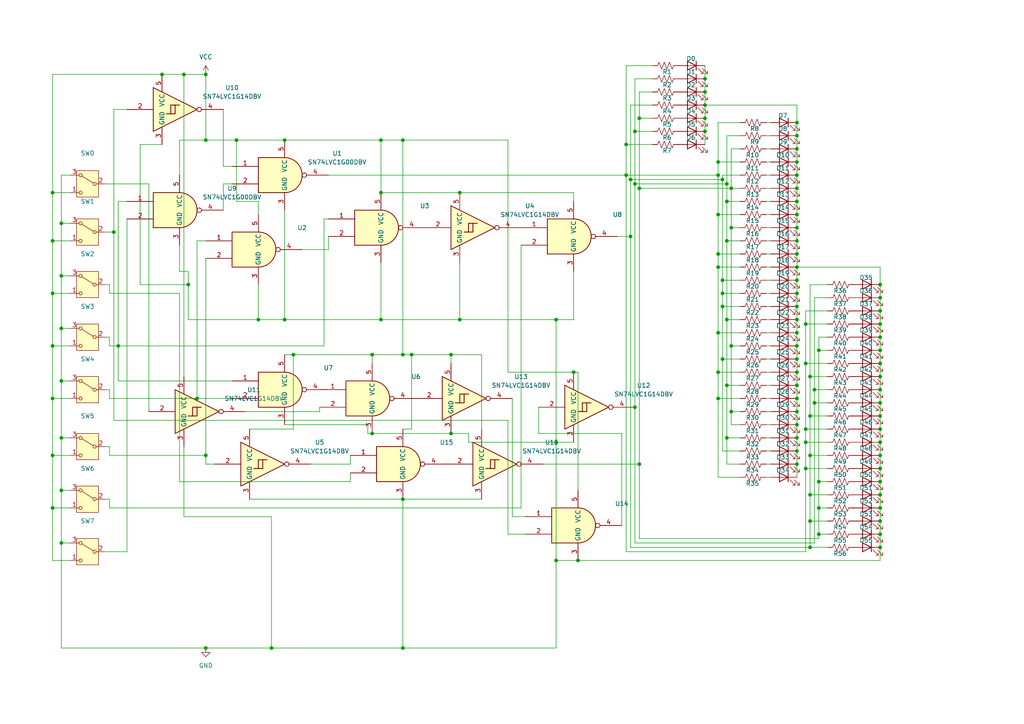
<source format=kicad_sch>
(kicad_sch (version 20231120) (generator "eeschema") (generator_version "8.0")
  (paper "A4")
  (title_block (title "Berry") (date "2025-01-02") (rev "00000005") (company "University of California, Los Angeles") (comment 1 "Department of EC ENGR, Department of Physics") (comment 2 "University of California, Los Angeles") (comment 3 "Aryan M.P.") (comment 4 "<3"))
  (junction (at 231.14 54.61))
  (junction (at 15.24 85.09))
  (junction (at 255.27 143.51))
  (junction (at 212.09 119.38))
  (junction (at 210.82 53.34))
  (junction (at 233.68 135.89))
  (junction (at 116.84 144.78))
  (junction (at 17.78 95.25))
  (junction (at 255.27 113.03))
  (junction (at 161.29 92.71))
  (junction (at 234.95 109.22))
  (junction (at 208.28 115.57))
  (junction (at 130.81 102.87))
  (junction (at 15.24 55.88))
  (junction (at 204.47 22.86))
  (junction (at 116.84 102.87))
  (junction (at 255.27 151.13))
  (junction (at 234.95 158.75))
  (junction (at 68.58 40.64))
  (junction (at 209.55 81.28))
  (junction (at 53.34 21.59))
  (junction (at 166.37 107.95))
  (junction (at 185.42 34.29))
  (junction (at 46.99 21.59))
  (junction (at 255.27 128.27))
  (junction (at 110.49 92.71))
  (junction (at 212.09 66.04))
  (junction (at 231.14 39.37))
  (junction (at 255.27 101.6))
  (junction (at 33.02 67.31))
  (junction (at 231.14 100.33))
  (junction (at 184.15 38.1))
  (junction (at 255.27 82.55))
  (junction (at 237.49 147.32))
  (junction (at 15.24 115.57))
  (junction (at 208.28 46.99))
  (junction (at 34.29 100.33))
  (junction (at 234.95 143.51))
  (junction (at 59.69 21.59))
  (junction (at 231.14 85.09))
  (junction (at 255.27 93.98))
  (junction (at 255.27 90.17))
  (junction (at 255.27 132.08))
  (junction (at 161.29 128.27))
  (junction (at 236.22 113.03))
  (junction (at 234.95 120.65))
  (junction (at 15.24 132.08))
  (junction (at 116.84 40.64))
  (junction (at 208.28 96.52))
  (junction (at 181.61 50.8))
  (junction (at 119.38 102.87))
  (junction (at 231.14 104.14))
  (junction (at 208.28 107.95))
  (junction (at 255.27 154.94))
  (junction (at 59.69 187.96))
  (junction (at 255.27 109.22))
  (junction (at 237.49 154.94))
  (junction (at 110.49 40.64))
  (junction (at 209.55 104.14))
  (junction (at 78.74 187.96))
  (junction (at 231.14 130.81))
  (junction (at 210.82 111.76))
  (junction (at 107.95 102.87))
  (junction (at 237.49 139.7))
  (junction (at 181.61 41.91))
  (junction (at 234.95 151.13))
  (junction (at 255.27 135.89))
  (junction (at 15.24 69.85))
  (junction (at 57.15 115.57))
  (junction (at 208.28 62.23))
  (junction (at 231.14 73.66))
  (junction (at 161.29 162.56))
  (junction (at 59.69 40.64))
  (junction (at 233.68 105.41))
  (junction (at 133.35 55.88))
  (junction (at 231.14 77.47))
  (junction (at 231.14 107.95))
  (junction (at 204.47 26.67))
  (junction (at 255.27 139.7))
  (junction (at 17.78 64.77))
  (junction (at 17.78 80.01))
  (junction (at 231.14 92.71))
  (junction (at 233.68 128.27))
  (junction (at 208.28 77.47))
  (junction (at 116.84 187.96))
  (junction (at 233.68 93.98))
  (junction (at 255.27 147.32))
  (junction (at 210.82 92.71))
  (junction (at 133.35 92.71))
  (junction (at 231.14 50.8))
  (junction (at 184.15 53.34))
  (junction (at 255.27 158.75))
  (junction (at 17.78 110.49))
  (junction (at 231.14 69.85))
  (junction (at 17.78 127))
  (junction (at 255.27 105.41))
  (junction (at 82.55 92.71))
  (junction (at 255.27 116.84))
  (junction (at 54.61 82.55))
  (junction (at 231.14 96.52))
  (junction (at 255.27 97.79))
  (junction (at 231.14 134.62))
  (junction (at 231.14 62.23))
  (junction (at 212.09 54.61))
  (junction (at 17.78 157.48))
  (junction (at 209.55 85.09))
  (junction (at 59.69 132.08))
  (junction (at 107.95 125.73))
  (junction (at 231.14 88.9))
  (junction (at 182.88 52.07))
  (junction (at 233.68 124.46))
  (junction (at 208.28 73.66))
  (junction (at 210.82 69.85))
  (junction (at 231.14 115.57))
  (junction (at 231.14 111.76))
  (junction (at 255.27 120.65))
  (junction (at 15.24 147.32))
  (junction (at 185.42 54.61))
  (junction (at 204.47 34.29))
  (junction (at 185.42 134.62))
  (junction (at 231.14 43.18))
  (junction (at 184.15 118.11))
  (junction (at 82.55 40.64))
  (junction (at 255.27 124.46))
  (junction (at 231.14 119.38))
  (junction (at 85.09 102.87))
  (junction (at 167.64 162.56))
  (junction (at 231.14 81.28))
  (junction (at 208.28 50.8))
  (junction (at 231.14 35.56))
  (junction (at 210.82 127))
  (junction (at 17.78 142.24))
  (junction (at 130.81 125.73))
  (junction (at 204.47 30.48))
  (junction (at 237.49 101.6))
  (junction (at 231.14 123.19))
  (junction (at 231.14 46.99))
  (junction (at 234.95 132.08))
  (junction (at 204.47 38.1))
  (junction (at 110.49 55.88))
  (junction (at 74.93 92.71))
  (junction (at 255.27 86.36))
  (junction (at 15.24 100.33))
  (junction (at 209.55 88.9))
  (junction (at 231.14 127))
  (junction (at 182.88 68.58))
  (junction (at 231.14 66.04))
  (junction (at 231.14 58.42))
  (junction (at 212.09 100.33))
  (junction (at 236.22 116.84))
  (junction (at 209.55 52.07))
  (junction (at 210.82 58.42))
  (wire (pts (xy 210.82 134.62) (xy 214.63 134.62)))
  (wire (pts (xy 182.88 30.48) (xy 189.23 30.48)))
  (wire (pts (xy 222.25 50.8) (xy 223.52 50.8)))
  (wire (pts (xy 255.27 93.98) (xy 255.27 97.79)))
  (wire (pts (xy 231.14 107.95) (xy 231.14 111.76)))
  (wire (pts (xy 185.42 54.61) (xy 185.42 134.62)))
  (wire (pts (xy 59.69 21.59) (xy 59.69 40.64)))
  (wire (pts (xy 95.25 50.8) (xy 181.61 50.8)))
  (wire (pts (xy 185.42 34.29) (xy 185.42 54.61)))
  (wire (pts (xy 234.95 158.75) (xy 240.03 158.75)))
  (wire (pts (xy 17.78 142.24) (xy 17.78 157.48)))
  (wire (pts (xy 147.32 107.95) (xy 147.32 40.64)))
  (wire (pts (xy 209.55 104.14) (xy 209.55 130.81)))
  (wire (pts (xy 185.42 34.29) (xy 189.23 34.29)))
  (wire (pts (xy 222.25 123.19) (xy 223.52 123.19)))
  (wire (pts (xy 212.09 100.33) (xy 212.09 119.38)))
  (wire (pts (xy 72.39 144.78) (xy 116.84 144.78)))
  (wire (pts (xy 52.07 40.64) (xy 59.69 40.64)))
  (wire (pts (xy 101.6 134.62) (xy 101.6 132.08)))
  (wire (pts (xy 184.15 118.11) (xy 184.15 157.48)))
  (wire (pts (xy 208.28 107.95) (xy 214.63 107.95)))
  (wire (pts (xy 31.75 85.09) (xy 52.07 85.09)))
  (wire (pts (xy 116.84 124.46) (xy 119.38 124.46)))
  (wire (pts (xy 31.75 100.33) (xy 34.29 100.33)))
  (wire (pts (xy 204.47 30.48) (xy 204.47 34.29)))
  (wire (pts (xy 15.24 85.09) (xy 20.32 85.09)))
  (wire (pts (xy 208.28 77.47) (xy 214.63 77.47)))
  (wire (pts (xy 40.64 82.55) (xy 54.61 82.55)))
  (wire (pts (xy 209.55 85.09) (xy 214.63 85.09)))
  (wire (pts (xy 133.35 55.88) (xy 166.37 55.88)))
  (wire (pts (xy 15.24 100.33) (xy 15.24 85.09)))
  (wire (pts (xy 222.25 130.81) (xy 223.52 130.81)))
  (wire (pts (xy 119.38 102.87) (xy 130.81 102.87)))
  (wire (pts (xy 208.28 73.66) (xy 214.63 73.66)))
  (wire (pts (xy 181.61 160.02) (xy 233.68 160.02)))
  (wire (pts (xy 255.27 154.94) (xy 255.27 158.75)))
  (wire (pts (xy 31.75 113.03) (xy 31.75 115.57)))
  (wire (pts (xy 52.07 85.09) (xy 52.07 139.7)))
  (wire (pts (xy 34.29 100.33) (xy 34.29 58.42)))
  (wire (pts (xy 204.47 19.05) (xy 204.47 22.86)))
  (wire (pts (xy 222.25 119.38) (xy 223.52 119.38)))
  (wire (pts (xy 208.28 96.52) (xy 208.28 107.95)))
  (wire (pts (xy 147.32 40.64) (xy 116.84 40.64)))
  (wire (pts (xy 17.78 157.48) (xy 17.78 187.96)))
  (wire (pts (xy 17.78 187.96) (xy 59.69 187.96)))
  (wire (pts (xy 236.22 116.84) (xy 240.03 116.84)))
  (wire (pts (xy 90.17 134.62) (xy 101.6 134.62)))
  (wire (pts (xy 68.58 58.42) (xy 68.58 40.64)))
  (wire (pts (xy 234.95 120.65) (xy 240.03 120.65)))
  (wire (pts (xy 255.27 128.27) (xy 255.27 132.08)))
  (wire (pts (xy 15.24 115.57) (xy 15.24 100.33)))
  (wire (pts (xy 95.25 72.39) (xy 95.25 68.58)))
  (wire (pts (xy 185.42 26.67) (xy 189.23 26.67)))
  (wire (pts (xy 147.32 154.94) (xy 152.4 154.94)))
  (wire (pts (xy 43.18 53.34) (xy 43.18 119.38)))
  (wire (pts (xy 210.82 53.34) (xy 210.82 58.42)))
  (wire (pts (xy 179.07 68.58) (xy 182.88 68.58)))
  (wire (pts (xy 74.93 92.71) (xy 82.55 92.71)))
  (wire (pts (xy 209.55 88.9) (xy 214.63 88.9)))
  (wire (pts (xy 31.75 85.09) (xy 31.75 82.55)))
  (wire (pts (xy 34.29 100.33) (xy 93.98 100.33)))
  (wire (pts (xy 85.09 124.46) (xy 85.09 102.87)))
  (wire (pts (xy 107.95 102.87) (xy 107.95 105.41)))
  (wire (pts (xy 222.25 111.76) (xy 223.52 111.76)))
  (wire (pts (xy 59.69 134.62) (xy 59.69 132.08)))
  (wire (pts (xy 234.95 151.13) (xy 234.95 158.75)))
  (wire (pts (xy 106.68 123.19) (xy 106.68 125.73)))
  (wire (pts (xy 31.75 129.54) (xy 31.75 132.08)))
  (wire (pts (xy 237.49 101.6) (xy 237.49 139.7)))
  (wire (pts (xy 234.95 132.08) (xy 234.95 143.51)))
  (wire (pts (xy 64.77 48.26) (xy 67.31 48.26)))
  (wire (pts (xy 255.27 158.75) (xy 255.27 162.56)))
  (wire (pts (xy 182.88 52.07) (xy 182.88 68.58)))
  (wire (pts (xy 210.82 92.71) (xy 210.82 111.76)))
  (wire (pts (xy 212.09 66.04) (xy 212.09 100.33)))
  (wire (pts (xy 255.27 143.51) (xy 255.27 147.32)))
  (wire (pts (xy 17.78 80.01) (xy 20.32 80.01)))
  (wire (pts (xy 119.38 102.87) (xy 119.38 124.46)))
  (wire (pts (xy 166.37 107.95) (xy 147.32 107.95)))
  (wire (pts (xy 17.78 142.24) (xy 20.32 142.24)))
  (wire (pts (xy 17.78 110.49) (xy 17.78 127)))
  (wire (pts (xy 34.29 100.33) (xy 34.29 110.49)))
  (wire (pts (xy 74.93 58.42) (xy 68.58 58.42)))
  (wire (pts (xy 234.95 82.55) (xy 240.03 82.55)))
  (wire (pts (xy 222.25 35.56) (xy 223.52 35.56)))
  (wire (pts (xy 53.34 21.59) (xy 53.34 109.22)))
  (wire (pts (xy 116.84 144.78) (xy 139.7 144.78)))
  (wire (pts (xy 93.98 63.5) (xy 95.25 63.5)))
  (wire (pts (xy 255.27 97.79) (xy 255.27 101.6)))
  (wire (pts (xy 181.61 19.05) (xy 181.61 41.91)))
  (wire (pts (xy 204.47 30.48) (xy 231.14 30.48)))
  (wire (pts (xy 52.07 139.7) (xy 101.6 139.7)))
  (wire (pts (xy 110.49 76.2) (xy 110.49 92.71)))
  (wire (pts (xy 182.88 68.58) (xy 182.88 158.75)))
  (wire (pts (xy 231.14 104.14) (xy 231.14 107.95)))
  (wire (pts (xy 101.6 139.7) (xy 101.6 137.16)))
  (wire (pts (xy 234.95 143.51) (xy 240.03 143.51)))
  (wire (pts (xy 184.15 38.1) (xy 184.15 53.34)))
  (wire (pts (xy 166.37 55.88) (xy 166.37 58.42)))
  (wire (pts (xy 237.49 139.7) (xy 240.03 139.7)))
  (wire (pts (xy 46.99 41.91) (xy 40.64 41.91)))
  (wire (pts (xy 180.34 152.4) (xy 180.34 125.73)))
  (wire (pts (xy 15.24 85.09) (xy 15.24 69.85)))
  (wire (pts (xy 208.28 115.57) (xy 214.63 115.57)))
  (wire (pts (xy 209.55 85.09) (xy 209.55 88.9)))
  (wire (pts (xy 148.59 115.57) (xy 148.59 149.86)))
  (wire (pts (xy 222.25 92.71) (xy 223.52 92.71)))
  (wire (pts (xy 52.07 71.12) (xy 52.07 78.74)))
  (wire (pts (xy 208.28 62.23) (xy 208.28 73.66)))
  (wire (pts (xy 210.82 111.76) (xy 214.63 111.76)))
  (wire (pts (xy 208.28 115.57) (xy 208.28 138.43)))
  (wire (pts (xy 30.48 144.78) (xy 31.75 144.78)))
  (wire (pts (xy 68.58 40.64) (xy 82.55 40.64)))
  (wire (pts (xy 233.68 128.27) (xy 233.68 135.89)))
  (wire (pts (xy 110.49 55.88) (xy 133.35 55.88)))
  (wire (pts (xy 204.47 26.67) (xy 204.47 30.48)))
  (wire (pts (xy 184.15 53.34) (xy 210.82 53.34)))
  (wire (pts (xy 212.09 100.33) (xy 214.63 100.33)))
  (wire (pts (xy 237.49 154.94) (xy 240.03 154.94)))
  (wire (pts (xy 85.09 102.87) (xy 107.95 102.87)))
  (wire (pts (xy 74.93 82.55) (xy 74.93 92.71)))
  (wire (pts (xy 212.09 54.61) (xy 212.09 66.04)))
  (wire (pts (xy 15.24 147.32) (xy 20.32 147.32)))
  (wire (pts (xy 33.02 67.31) (xy 33.02 121.92)))
  (wire (pts (xy 231.14 69.85) (xy 231.14 73.66)))
  (wire (pts (xy 233.68 124.46) (xy 240.03 124.46)))
  (wire (pts (xy 33.02 31.75) (xy 33.02 67.31)))
  (wire (pts (xy 30.48 82.55) (xy 31.75 82.55)))
  (wire (pts (xy 30.48 113.03) (xy 31.75 113.03)))
  (wire (pts (xy 237.49 97.79) (xy 240.03 97.79)))
  (wire (pts (xy 185.42 156.21) (xy 237.49 156.21)))
  (wire (pts (xy 116.84 40.64) (xy 110.49 40.64)))
  (wire (pts (xy 15.24 55.88) (xy 15.24 21.59)))
  (wire (pts (xy 161.29 92.71) (xy 161.29 128.27)))
  (wire (pts (xy 182.88 52.07) (xy 209.55 52.07)))
  (wire (pts (xy 231.14 111.76) (xy 231.14 115.57)))
  (wire (pts (xy 161.29 128.27) (xy 161.29 162.56)))
  (wire (pts (xy 36.83 160.02) (xy 36.83 63.5)))
  (wire (pts (xy 31.75 132.08) (xy 59.69 132.08)))
  (wire (pts (xy 231.14 88.9) (xy 231.14 92.71)))
  (wire (pts (xy 209.55 50.8) (xy 214.63 50.8)))
  (wire (pts (xy 234.95 151.13) (xy 240.03 151.13)))
  (wire (pts (xy 222.25 127) (xy 223.52 127)))
  (wire (pts (xy 167.64 162.56) (xy 255.27 162.56)))
  (wire (pts (xy 82.55 102.87) (xy 85.09 102.87)))
  (wire (pts (xy 208.28 96.52) (xy 214.63 96.52)))
  (wire (pts (xy 208.28 73.66) (xy 208.28 77.47)))
  (wire (pts (xy 222.25 39.37) (xy 223.52 39.37)))
  (wire (pts (xy 53.34 149.86) (xy 78.74 149.86)))
  (wire (pts (xy 167.64 142.24) (xy 167.64 107.95)))
  (wire (pts (xy 166.37 92.71) (xy 161.29 92.71)))
  (wire (pts (xy 231.14 54.61) (xy 231.14 58.42)))
  (wire (pts (xy 231.14 92.71) (xy 231.14 96.52)))
  (wire (pts (xy 33.02 31.75) (xy 36.83 31.75)))
  (wire (pts (xy 17.78 64.77) (xy 20.32 64.77)))
  (wire (pts (xy 181.61 41.91) (xy 181.61 50.8)))
  (wire (pts (xy 212.09 66.04) (xy 214.63 66.04)))
  (wire (pts (xy 255.27 120.65) (xy 255.27 124.46)))
  (wire (pts (xy 222.25 88.9) (xy 223.52 88.9)))
  (wire (pts (xy 204.47 38.1) (xy 204.47 41.91)))
  (wire (pts (xy 209.55 52.07) (xy 209.55 81.28)))
  (wire (pts (xy 184.15 22.86) (xy 189.23 22.86)))
  (wire (pts (xy 237.49 101.6) (xy 240.03 101.6)))
  (wire (pts (xy 54.61 78.74) (xy 54.61 82.55)))
  (wire (pts (xy 185.42 26.67) (xy 185.42 34.29)))
  (wire (pts (xy 222.25 58.42) (xy 223.52 58.42)))
  (wire (pts (xy 237.49 97.79) (xy 237.49 101.6)))
  (wire (pts (xy 208.28 46.99) (xy 208.28 50.8)))
  (wire (pts (xy 210.82 69.85) (xy 210.82 92.71)))
  (wire (pts (xy 255.27 101.6) (xy 255.27 105.41)))
  (wire (pts (xy 72.39 124.46) (xy 85.09 124.46)))
  (wire (pts (xy 148.59 149.86) (xy 152.4 149.86)))
  (wire (pts (xy 116.84 102.87) (xy 116.84 40.64)))
  (wire (pts (xy 15.24 55.88) (xy 20.32 55.88)))
  (wire (pts (xy 139.7 124.46) (xy 139.7 102.87)))
  (wire (pts (xy 161.29 187.96) (xy 116.84 187.96)))
  (wire (pts (xy 17.78 80.01) (xy 17.78 95.25)))
  (wire (pts (xy 255.27 90.17) (xy 255.27 93.98)))
  (wire (pts (xy 231.14 58.42) (xy 231.14 62.23)))
  (wire (pts (xy 161.29 162.56) (xy 167.64 162.56)))
  (wire (pts (xy 222.25 104.14) (xy 223.52 104.14)))
  (wire (pts (xy 133.35 76.2) (xy 133.35 92.71)))
  (wire (pts (xy 222.25 107.95) (xy 223.52 107.95)))
  (wire (pts (xy 130.81 125.73) (xy 135.89 125.73)))
  (wire (pts (xy 15.24 162.56) (xy 15.24 147.32)))
  (wire (pts (xy 234.95 82.55) (xy 234.95 109.22)))
  (wire (pts (xy 106.68 125.73) (xy 107.95 125.73)))
  (wire (pts (xy 147.32 121.92) (xy 147.32 154.94)))
  (wire (pts (xy 17.78 127) (xy 20.32 127)))
  (wire (pts (xy 231.14 30.48) (xy 231.14 35.56)))
  (wire (pts (xy 62.23 134.62) (xy 59.69 134.62)))
  (wire (pts (xy 31.75 144.78) (xy 31.75 147.32)))
  (wire (pts (xy 231.14 50.8) (xy 231.14 54.61)))
  (wire (pts (xy 107.95 125.73) (xy 130.81 125.73)))
  (wire (pts (xy 182.88 30.48) (xy 182.88 52.07)))
  (wire (pts (xy 222.25 138.43) (xy 223.52 138.43)))
  (wire (pts (xy 222.25 66.04) (xy 223.52 66.04)))
  (wire (pts (xy 222.25 96.52) (xy 223.52 96.52)))
  (wire (pts (xy 68.58 40.64) (xy 59.69 40.64)))
  (wire (pts (xy 107.95 102.87) (xy 116.84 102.87)))
  (wire (pts (xy 255.27 113.03) (xy 255.27 116.84)))
  (wire (pts (xy 208.28 107.95) (xy 208.28 115.57)))
  (wire (pts (xy 82.55 92.71) (xy 110.49 92.71)))
  (wire (pts (xy 64.77 31.75) (xy 64.77 48.26)))
  (wire (pts (xy 78.74 149.86) (xy 78.74 187.96)))
  (wire (pts (xy 208.28 35.56) (xy 214.63 35.56)))
  (wire (pts (xy 222.25 81.28) (xy 223.52 81.28)))
  (wire (pts (xy 231.14 123.19) (xy 231.14 127)))
  (wire (pts (xy 17.78 64.77) (xy 17.78 80.01)))
  (wire (pts (xy 231.14 35.56) (xy 231.14 39.37)))
  (wire (pts (xy 233.68 124.46) (xy 233.68 128.27)))
  (wire (pts (xy 255.27 109.22) (xy 255.27 113.03)))
  (wire (pts (xy 30.48 97.79) (xy 31.75 97.79)))
  (wire (pts (xy 231.14 130.81) (xy 231.14 134.62)))
  (wire (pts (xy 208.28 62.23) (xy 214.63 62.23)))
  (wire (pts (xy 231.14 85.09) (xy 231.14 88.9)))
  (wire (pts (xy 231.14 81.28) (xy 231.14 85.09)))
  (wire (pts (xy 204.47 34.29) (xy 204.47 38.1)))
  (wire (pts (xy 255.27 147.32) (xy 255.27 151.13)))
  (wire (pts (xy 31.75 147.32) (xy 151.13 147.32)))
  (wire (pts (xy 135.89 125.73) (xy 135.89 128.27)))
  (wire (pts (xy 15.24 115.57) (xy 20.32 115.57)))
  (wire (pts (xy 34.29 110.49) (xy 67.31 110.49)))
  (wire (pts (xy 208.28 77.47) (xy 208.28 96.52)))
  (wire (pts (xy 212.09 54.61) (xy 214.63 54.61)))
  (wire (pts (xy 255.27 77.47) (xy 231.14 77.47)))
  (wire (pts (xy 74.93 62.23) (xy 74.93 58.42)))
  (wire (pts (xy 255.27 132.08) (xy 255.27 135.89)))
  (wire (pts (xy 212.09 43.18) (xy 212.09 54.61)))
  (wire (pts (xy 210.82 111.76) (xy 210.82 127)))
  (wire (pts (xy 234.95 132.08) (xy 240.03 132.08)))
  (wire (pts (xy 237.49 147.32) (xy 240.03 147.32)))
  (wire (pts (xy 237.49 139.7) (xy 237.49 147.32)))
  (wire (pts (xy 30.48 53.34) (xy 43.18 53.34)))
  (wire (pts (xy 222.25 77.47) (xy 223.52 77.47)))
  (wire (pts (xy 34.29 58.42) (xy 36.83 58.42)))
  (wire (pts (xy 236.22 86.36) (xy 236.22 113.03)))
  (wire (pts (xy 209.55 130.81) (xy 214.63 130.81)))
  (wire (pts (xy 57.15 115.57) (xy 31.75 115.57)))
  (wire (pts (xy 110.49 55.88) (xy 110.49 40.64)))
  (wire (pts (xy 233.68 105.41) (xy 240.03 105.41)))
  (wire (pts (xy 231.14 77.47) (xy 231.14 81.28)))
  (wire (pts (xy 64.77 53.34) (xy 67.31 53.34)))
  (wire (pts (xy 212.09 123.19) (xy 214.63 123.19)))
  (wire (pts (xy 212.09 43.18) (xy 214.63 43.18)))
  (wire (pts (xy 110.49 92.71) (xy 133.35 92.71)))
  (wire (pts (xy 231.14 43.18) (xy 231.14 46.99)))
  (wire (pts (xy 184.15 22.86) (xy 184.15 38.1)))
  (wire (pts (xy 17.78 50.8) (xy 20.32 50.8)))
  (wire (pts (xy 209.55 104.14) (xy 214.63 104.14)))
  (wire (pts (xy 231.14 73.66) (xy 231.14 77.47)))
  (wire (pts (xy 184.15 53.34) (xy 184.15 118.11)))
  (wire (pts (xy 181.61 50.8) (xy 208.28 50.8)))
  (wire (pts (xy 236.22 113.03) (xy 236.22 116.84)))
  (wire (pts (xy 236.22 86.36) (xy 240.03 86.36)))
  (wire (pts (xy 33.02 121.92) (xy 147.32 121.92)))
  (wire (pts (xy 255.27 139.7) (xy 255.27 143.51)))
  (wire (pts (xy 222.25 62.23) (xy 223.52 62.23)))
  (wire (pts (xy 181.61 41.91) (xy 189.23 41.91)))
  (wire (pts (xy 167.64 107.95) (xy 166.37 107.95)))
  (wire (pts (xy 133.35 92.71) (xy 161.29 92.71)))
  (wire (pts (xy 255.27 124.46) (xy 255.27 128.27)))
  (wire (pts (xy 234.95 109.22) (xy 240.03 109.22)))
  (wire (pts (xy 57.15 69.85) (xy 57.15 115.57)))
  (wire (pts (xy 40.64 41.91) (xy 40.64 82.55)))
  (wire (pts (xy 166.37 78.74) (xy 166.37 92.71)))
  (wire (pts (xy 53.34 129.54) (xy 53.34 149.86)))
  (wire (pts (xy 210.82 127) (xy 210.82 134.62)))
  (wire (pts (xy 233.68 128.27) (xy 240.03 128.27)))
  (wire (pts (xy 234.95 143.51) (xy 234.95 151.13)))
  (wire (pts (xy 255.27 77.47) (xy 255.27 82.55)))
  (wire (pts (xy 208.28 46.99) (xy 214.63 46.99)))
  (wire (pts (xy 15.24 147.32) (xy 15.24 132.08)))
  (wire (pts (xy 231.14 100.33) (xy 231.14 104.14)))
  (wire (pts (xy 139.7 102.87) (xy 130.81 102.87)))
  (wire (pts (xy 210.82 92.71) (xy 214.63 92.71)))
  (wire (pts (xy 15.24 132.08) (xy 20.32 132.08)))
  (wire (pts (xy 231.14 62.23) (xy 231.14 66.04)))
  (wire (pts (xy 92.71 113.03) (xy 95.25 113.03)))
  (wire (pts (xy 231.14 115.57) (xy 231.14 119.38)))
  (wire (pts (xy 210.82 39.37) (xy 214.63 39.37)))
  (wire (pts (xy 30.48 160.02) (xy 36.83 160.02)))
  (wire (pts (xy 54.61 82.55) (xy 54.61 92.71)))
  (wire (pts (xy 209.55 81.28) (xy 214.63 81.28)))
  (wire (pts (xy 17.78 95.25) (xy 17.78 110.49)))
  (wire (pts (xy 156.21 125.73) (xy 156.21 118.11)))
  (wire (pts (xy 17.78 50.8) (xy 17.78 64.77)))
  (wire (pts (xy 231.14 39.37) (xy 231.14 43.18)))
  (wire (pts (xy 31.75 97.79) (xy 31.75 100.33)))
  (wire (pts (xy 180.34 125.73) (xy 156.21 125.73)))
  (wire (pts (xy 52.07 50.8) (xy 52.07 40.64)))
  (wire (pts (xy 222.25 69.85) (xy 223.52 69.85)))
  (wire (pts (xy 210.82 58.42) (xy 214.63 58.42)))
  (wire (pts (xy 236.22 113.03) (xy 240.03 113.03)))
  (wire (pts (xy 17.78 157.48) (xy 20.32 157.48)))
  (wire (pts (xy 209.55 88.9) (xy 209.55 104.14)))
  (wire (pts (xy 30.48 67.31) (xy 33.02 67.31)))
  (wire (pts (xy 82.55 123.19) (xy 106.68 123.19)))
  (wire (pts (xy 82.55 40.64) (xy 110.49 40.64)))
  (wire (pts (xy 209.55 50.8) (xy 209.55 52.07)))
  (wire (pts (xy 222.25 115.57) (xy 223.52 115.57)))
  (wire (pts (xy 53.34 21.59) (xy 59.69 21.59)))
  (wire (pts (xy 185.42 54.61) (xy 212.09 54.61)))
  (wire (pts (xy 15.24 132.08) (xy 15.24 115.57)))
  (wire (pts (xy 130.81 102.87) (xy 130.81 105.41)))
  (wire (pts (xy 222.25 46.99) (xy 223.52 46.99)))
  (wire (pts (xy 52.07 78.74) (xy 54.61 78.74)))
  (wire (pts (xy 209.55 81.28) (xy 209.55 85.09)))
  (wire (pts (xy 208.28 35.56) (xy 208.28 46.99)))
  (wire (pts (xy 222.25 100.33) (xy 223.52 100.33)))
  (wire (pts (xy 71.12 119.38) (xy 92.71 119.38)))
  (wire (pts (xy 255.27 151.13) (xy 255.27 154.94)))
  (wire (pts (xy 64.77 53.34) (xy 64.77 60.96)))
  (wire (pts (xy 116.84 102.87) (xy 119.38 102.87)))
  (wire (pts (xy 255.27 135.89) (xy 255.27 139.7)))
  (wire (pts (xy 231.14 66.04) (xy 231.14 69.85)))
  (wire (pts (xy 157.48 134.62) (xy 185.42 134.62)))
  (wire (pts (xy 210.82 58.42) (xy 210.82 69.85)))
  (wire (pts (xy 233.68 90.17) (xy 240.03 90.17)))
  (wire (pts (xy 15.24 21.59) (xy 46.99 21.59)))
  (wire (pts (xy 212.09 119.38) (xy 212.09 123.19)))
  (wire (pts (xy 151.13 71.12) (xy 151.13 147.32)))
  (wire (pts (xy 231.14 96.52) (xy 231.14 100.33)))
  (wire (pts (xy 17.78 95.25) (xy 20.32 95.25)))
  (wire (pts (xy 210.82 69.85) (xy 214.63 69.85)))
  (wire (pts (xy 233.68 93.98) (xy 233.68 105.41)))
  (wire (pts (xy 233.68 135.89) (xy 240.03 135.89)))
  (wire (pts (xy 20.32 162.56) (xy 15.24 162.56)))
  (wire (pts (xy 161.29 128.27) (xy 166.37 128.27)))
  (wire (pts (xy 210.82 39.37) (xy 210.82 53.34)))
  (wire (pts (xy 255.27 86.36) (xy 255.27 90.17)))
  (wire (pts (xy 184.15 157.48) (xy 236.22 157.48)))
  (wire (pts (xy 54.61 92.71) (xy 74.93 92.71)))
  (wire (pts (xy 93.98 100.33) (xy 93.98 63.5)))
  (wire (pts (xy 59.69 69.85) (xy 57.15 69.85)))
  (wire (pts (xy 204.47 22.86) (xy 204.47 26.67)))
  (wire (pts (xy 116.84 187.96) (xy 116.84 144.78)))
  (wire (pts (xy 135.89 128.27) (xy 161.29 128.27)))
  (wire (pts (xy 222.25 43.18) (xy 223.52 43.18)))
  (wire (pts (xy 222.25 134.62) (xy 223.52 134.62)))
  (wire (pts (xy 233.68 105.41) (xy 233.68 124.46)))
  (wire (pts (xy 15.24 69.85) (xy 20.32 69.85)))
  (wire (pts (xy 17.78 127) (xy 17.78 142.24)))
  (wire (pts (xy 255.27 105.41) (xy 255.27 109.22)))
  (wire (pts (xy 233.68 135.89) (xy 233.68 160.02)))
  (wire (pts (xy 184.15 38.1) (xy 189.23 38.1)))
  (wire (pts (xy 15.24 69.85) (xy 15.24 55.88)))
  (wire (pts (xy 233.68 93.98) (xy 240.03 93.98)))
  (wire (pts (xy 234.95 109.22) (xy 234.95 120.65)))
  (wire (pts (xy 212.09 119.38) (xy 214.63 119.38)))
  (wire (pts (xy 182.88 158.75) (xy 234.95 158.75)))
  (wire (pts (xy 181.61 19.05) (xy 189.23 19.05)))
  (wire (pts (xy 78.74 187.96) (xy 59.69 187.96)))
  (wire (pts (xy 231.14 46.99) (xy 231.14 50.8)))
  (wire (pts (xy 222.25 85.09) (xy 223.52 85.09)))
  (wire (pts (xy 30.48 129.54) (xy 31.75 129.54)))
  (wire (pts (xy 15.24 100.33) (xy 20.32 100.33)))
  (wire (pts (xy 222.25 73.66) (xy 223.52 73.66)))
  (wire (pts (xy 185.42 134.62) (xy 185.42 156.21)))
  (wire (pts (xy 92.71 119.38) (xy 92.71 118.11)))
  (wire (pts (xy 237.49 154.94) (xy 237.49 156.21)))
  (wire (pts (xy 208.28 50.8) (xy 208.28 62.23)))
  (wire (pts (xy 233.68 90.17) (xy 233.68 93.98)))
  (wire (pts (xy 46.99 21.59) (xy 53.34 21.59)))
  (wire (pts (xy 208.28 138.43) (xy 214.63 138.43)))
  (wire (pts (xy 57.15 115.57) (xy 67.31 115.57)))
  (wire (pts (xy 82.55 60.96) (xy 82.55 92.71)))
  (wire (pts (xy 255.27 116.84) (xy 255.27 120.65)))
  (wire (pts (xy 231.14 119.38) (xy 231.14 123.19)))
  (wire (pts (xy 17.78 110.49) (xy 20.32 110.49)))
  (wire (pts (xy 210.82 127) (xy 214.63 127)))
  (wire (pts (xy 231.14 127) (xy 231.14 130.81)))
  (wire (pts (xy 234.95 120.65) (xy 234.95 132.08)))
  (wire (pts (xy 161.29 162.56) (xy 161.29 187.96)))
  (wire (pts (xy 59.69 132.08) (xy 59.69 74.93)))
  (wire (pts (xy 78.74 187.96) (xy 116.84 187.96)))
  (wire (pts (xy 255.27 82.55) (xy 255.27 86.36)))
  (wire (pts (xy 87.63 72.39) (xy 95.25 72.39)))
  (wire (pts (xy 181.61 50.8) (xy 181.61 160.02)))
  (wire (pts (xy 222.25 54.61) (xy 223.52 54.61)))
  (wire (pts (xy 231.14 134.62) (xy 231.14 138.43)))
  (wire (pts (xy 236.22 116.84) (xy 236.22 157.48)))
  (wire (pts (xy 237.49 147.32) (xy 237.49 154.94)))
  (symbol (lib_name "R_US_1") (lib_id "Device:R_US") (at 218.44 81.28 90) (unit 1)
    (property "Reference" "R20" (at 220.218 83.058 90) (effects (justify left)))
    (property "Value" "85" (effects (hide yes)))
    (property "Footprint" "Resistor_SMD:R_0201_0603Metric" (effects (hide yes)))
  )
  (symbol (lib_name "LED_1") (lib_id "Device:LED") (at 200.66 30.48 0) (mirror y) (unit 1)
    (property "Reference" "D3" (at 200.406 28.448 0))
    (property "Description" "Light emitting diode" (effects (hide yes)))
    (property "Sim.Device" "D" (effects (hide yes)))
  )
  (symbol (lib_name "R_US_1") (lib_id "Device:R_US") (at 193.04 38.1 90) (unit 1)
    (property "Reference" "R6" (at 194.818 39.878 90) (effects (justify left)))
    (property "Value" "85" (effects (hide yes)))
    (property "Footprint" "Resistor_SMD:R_0201_0603Metric" (effects (hide yes)))
  )
  (symbol (lib_name "LED_1") (lib_id "Device:LED") (at 227.33 127 0) (mirror y) (unit 1)
    (property "Reference" "D31" (at 227.076 124.968 0))
    (property "Description" "Light emitting diode" (effects (hide yes)))
    (property "Sim.Device" "D" (effects (hide yes)))
  )
  (symbol (lib_id "74xGxx:SN74LVC1G14DBV") (at 144.78 134.62 0) (unit 1)
    (property "Reference" "U16" (at 160.02 128.3014 0))
    (property "Value" "SN74LVC1G14DBV" (at 160.02 130.8414 0))
    (property "Footprint" "Package_TO_SOT_SMD:SOT-23-5" (effects (hide yes)))
    (property "Datasheet" "https://www.ti.com/lit/ds/symlink/sn74lvc1g14.pdf" (effects (hide yes)))
    (property "Description" "Single Schmitt NOT Gate, Low-Voltage CMOS, SOT-23" (effects (hide yes)))
  )
  (symbol (lib_name "LED_1") (lib_id "Device:LED") (at 251.46 97.79 0) (mirror y) (unit 1)
    (property "Reference" "D39" (at 251.206 95.758 0))
    (property "Description" "Light emitting diode" (effects (hide yes)))
    (property "Sim.Device" "D" (effects (hide yes)))
  )
  (symbol (lib_name "R_US_1") (lib_id "Device:R_US") (at 218.44 100.33 90) (unit 1)
    (property "Reference" "R25" (at 220.218 102.108 90) (effects (justify left)))
    (property "Value" "85" (effects (hide yes)))
    (property "Footprint" "Resistor_SMD:R_0201_0603Metric" (effects (hide yes)))
  )
  (symbol (lib_name "R_US_1") (lib_id "Device:R_US") (at 193.04 41.91 90) (unit 1)
    (property "Reference" "R7" (at 194.818 43.688 90) (effects (justify left)))
    (property "Value" "85" (effects (hide yes)))
    (property "Footprint" "Resistor_SMD:R_0201_0603Metric" (effects (hide yes)))
  )
  (symbol (lib_id "74xGxx:SN74LVC1G00DBV") (at 82.55 50.8 0) (unit 1)
    (property "Reference" "U1" (at 97.79 44.4814 0))
    (property "Value" "SN74LVC1G00DBV" (at 97.79 47.0214 0))
    (property "Footprint" "Package_TO_SOT_SMD:SOT-23-5" (effects (hide yes)))
    (property "Datasheet" "http://www.ti.com/lit/ds/symlink/sn74lvc1g00.pdf" (effects (hide yes)))
    (property "Description" "Single NAND Gate, Low-Voltage CMOS, SOT-23" (effects (hide yes)))
  )
  (symbol (lib_id "74xGxx:74AHC1G00") (at 116.84 134.62 0) (unit 1)
    (property "Reference" "U15" (at 129.54 128.3014 0))
    (property "Value" "74AHC1G00" (effects (hide yes)))
    (property "Footprint" "Package_TO_SOT_SMD:SOT-23-5" (effects (hide yes)))
    (property "Datasheet" "http://www.ti.com/lit/sg/scyt129e/scyt129e.pdf" (effects (hide yes)))
    (property "Description" "Single NAND Gate, Low-Voltage CMOS" (effects (hide yes)))
  )
  (symbol (lib_name "LED_1") (lib_id "Device:LED") (at 227.33 46.99 0) (mirror y) (unit 1)
    (property "Reference" "D10" (at 227.076 44.958 0))
    (property "Description" "Light emitting diode" (effects (hide yes)))
    (property "Sim.Device" "D" (effects (hide yes)))
  )
  (symbol (lib_name "LED_1") (lib_id "Device:LED") (at 251.46 132.08 0) (mirror y) (unit 1)
    (property "Reference" "D48" (at 251.206 130.048 0))
    (property "Description" "Light emitting diode" (effects (hide yes)))
    (property "Sim.Device" "D" (effects (hide yes)))
  )
  (symbol (lib_name "R_US_1") (lib_id "Device:R_US") (at 243.84 124.46 90) (unit 1)
    (property "Reference" "R47" (at 245.618 126.238 90) (effects (justify left)))
    (property "Value" "85" (effects (hide yes)))
    (property "Footprint" "Resistor_SMD:R_0201_0603Metric" (effects (hide yes)))
  )
  (symbol (lib_id "74xGxx:SN74LVC1G14DBV") (at 52.07 31.75 0) (unit 1)
    (property "Reference" "U10" (at 67.31 25.4314 0))
    (property "Value" "SN74LVC1G14DBV" (at 67.31 27.9714 0))
    (property "Footprint" "Package_TO_SOT_SMD:SOT-23-5" (effects (hide yes)))
    (property "Datasheet" "https://www.ti.com/lit/ds/symlink/sn74lvc1g14.pdf" (effects (hide yes)))
    (property "Description" "Single Schmitt NOT Gate, Low-Voltage CMOS, SOT-23" (effects (hide yes)))
  )
  (symbol (lib_name "LED_1") (lib_id "Device:LED") (at 227.33 138.43 0) (mirror y) (unit 1)
    (property "Reference" "D34" (at 227.076 136.398 0))
    (property "Description" "Light emitting diode" (effects (hide yes)))
    (property "Sim.Device" "D" (effects (hide yes)))
  )
  (symbol (lib_name "R_US_1") (lib_id "Device:R_US") (at 218.44 96.52 90) (unit 1)
    (property "Reference" "R24" (at 220.218 98.298 90) (effects (justify left)))
    (property "Value" "85" (effects (hide yes)))
    (property "Footprint" "Resistor_SMD:R_0201_0603Metric" (effects (hide yes)))
  )
  (symbol (lib_name "LED_1") (lib_id "Device:LED") (at 251.46 109.22 0) (mirror y) (unit 1)
    (property "Reference" "D42" (at 251.206 107.188 0))
    (property "Description" "Light emitting diode" (effects (hide yes)))
    (property "Sim.Device" "D" (effects (hide yes)))
  )
  (symbol (lib_name "LED_1") (lib_id "Device:LED") (at 227.33 130.81 0) (mirror y) (unit 1)
    (property "Reference" "D32" (at 227.076 128.778 0))
    (property "Description" "Light emitting diode" (effects (hide yes)))
    (property "Sim.Device" "D" (effects (hide yes)))
  )
  (symbol (lib_id "Switch:SW_Nidec_CAS-120A1") (at 25.4 53.34 0) (mirror y) (unit 1)
    (property "Reference" "SW0" (at 25.4 44.45 0))
    (property "Value" "SW_Nidec_CAS-120A1" (effects (hide yes)))
    (property "Footprint" "Button_Switch_SMD:Nidec_Copal_CAS-120A" (effects (hide yes)))
    (property "Datasheet" "https://www.nidec-components.com/e/catalog/switch/cas.pdf" (effects (hide yes)))
    (property "Description" "Switch, single pole double throw" (effects (hide yes)))
  )
  (symbol (lib_name "R_US_1") (lib_id "Device:R_US") (at 243.84 128.27 90) (unit 1)
    (property "Reference" "R48" (at 245.618 130.048 90) (effects (justify left)))
    (property "Value" "85" (effects (hide yes)))
    (property "Footprint" "Resistor_SMD:R_0201_0603Metric" (effects (hide yes)))
  )
  (symbol (lib_name "LED_1") (lib_id "Device:LED") (at 251.46 82.55 0) (mirror y) (unit 1)
    (property "Reference" "D35" (at 251.206 80.518 0))
    (property "Description" "Light emitting diode" (effects (hide yes)))
    (property "Sim.Device" "D" (effects (hide yes)))
  )
  (symbol (lib_name "LED_1") (lib_id "Device:LED") (at 227.33 35.56 0) (mirror y) (unit 1)
    (property "Reference" "D7" (at 227.076 33.528 0))
    (property "Description" "Light emitting diode" (effects (hide yes)))
    (property "Sim.Device" "D" (effects (hide yes)))
  )
  (symbol (lib_name "R_US_1") (lib_id "Device:R_US") (at 193.04 22.86 90) (unit 1)
    (property "Reference" "R2" (at 194.818 24.638 90) (effects (justify left)))
    (property "Value" "85" (effects (hide yes)))
    (property "Footprint" "Resistor_SMD:R_0201_0603Metric" (effects (hide yes)))
  )
  (symbol (lib_name "LED_1") (lib_id "Device:LED") (at 251.46 139.7 0) (mirror y) (unit 1)
    (property "Reference" "D50" (at 251.206 137.668 0))
    (property "Description" "Light emitting diode" (effects (hide yes)))
    (property "Sim.Device" "D" (effects (hide yes)))
  )
  (symbol (lib_name "LED_1") (lib_id "Device:LED") (at 200.66 41.91 0) (mirror y) (unit 1)
    (property "Reference" "D6" (at 200.406 39.878 0))
    (property "Description" "Light emitting diode" (effects (hide yes)))
    (property "Sim.Device" "D" (effects (hide yes)))
  )
  (symbol (lib_id "Switch:SW_Nidec_CAS-120A1") (at 25.4 82.55 0) (mirror y) (unit 1)
    (property "Reference" "SW2" (at 25.4 73.66 0))
    (property "Value" "SW_Nidec_CAS-120A1" (effects (hide yes)))
    (property "Footprint" "Button_Switch_SMD:Nidec_Copal_CAS-120A" (effects (hide yes)))
    (property "Datasheet" "https://www.nidec-components.com/e/catalog/switch/cas.pdf" (effects (hide yes)))
    (property "Description" "Switch, single pole double throw" (effects (hide yes)))
  )
  (symbol (lib_name "R_US_1") (lib_id "Device:R_US") (at 218.44 58.42 90) (unit 1)
    (property "Reference" "R14" (at 220.218 60.198 90) (effects (justify left)))
    (property "Value" "85" (effects (hide yes)))
    (property "Footprint" "Resistor_SMD:R_0201_0603Metric" (effects (hide yes)))
  )
  (symbol (lib_name "R_US_1") (lib_id "Device:R_US") (at 218.44 130.81 90) (unit 1)
    (property "Reference" "R33" (at 220.218 132.588 90) (effects (justify left)))
    (property "Value" "85" (effects (hide yes)))
    (property "Footprint" "Resistor_SMD:R_0201_0603Metric" (effects (hide yes)))
  )
  (symbol (lib_name "LED_1") (lib_id "Device:LED") (at 227.33 100.33 0) (mirror y) (unit 1)
    (property "Reference" "D24" (at 227.076 98.298 0))
    (property "Description" "Light emitting diode" (effects (hide yes)))
    (property "Sim.Device" "D" (effects (hide yes)))
  )
  (symbol (lib_name "R_US_1") (lib_id "Device:R_US") (at 218.44 50.8 90) (unit 1)
    (property "Reference" "R12" (at 220.218 52.578 90) (effects (justify left)))
    (property "Value" "85" (effects (hide yes)))
    (property "Footprint" "Resistor_SMD:R_0201_0603Metric" (effects (hide yes)))
  )
  (symbol (lib_name "R_US_1") (lib_id "Device:R_US") (at 243.84 105.41 90) (unit 1)
    (property "Reference" "R42" (at 245.618 107.188 90) (effects (justify left)))
    (property "Value" "85" (effects (hide yes)))
    (property "Footprint" "Resistor_SMD:R_0201_0603Metric" (effects (hide yes)))
  )
  (symbol (lib_name "LED_1") (lib_id "Device:LED") (at 227.33 123.19 0) (mirror y) (unit 1)
    (property "Reference" "D30" (at 227.076 121.158 0))
    (property "Description" "Light emitting diode" (effects (hide yes)))
    (property "Sim.Device" "D" (effects (hide yes)))
  )
  (symbol (lib_name "LED_1") (lib_id "Device:LED") (at 227.33 62.23 0) (mirror y) (unit 1)
    (property "Reference" "D14" (at 227.076 60.198 0))
    (property "Description" "Light emitting diode" (effects (hide yes)))
    (property "Sim.Device" "D" (effects (hide yes)))
  )
  (symbol (lib_name "R_US_1") (lib_id "Device:R_US") (at 218.44 54.61 90) (unit 1)
    (property "Reference" "R13" (at 220.218 56.388 90) (effects (justify left)))
    (property "Value" "85" (effects (hide yes)))
    (property "Footprint" "Resistor_SMD:R_0201_0603Metric" (effects (hide yes)))
  )
  (symbol (lib_id "74xGxx:74AHC1G00") (at 166.37 68.58 0) (unit 1)
    (property "Reference" "U8" (at 179.07 62.2614 0))
    (property "Value" "74AHC1G00" (effects (hide yes)))
    (property "Footprint" "Package_TO_SOT_SMD:SOT-23-5" (effects (hide yes)))
    (property "Datasheet" "http://www.ti.com/lit/sg/scyt129e/scyt129e.pdf" (effects (hide yes)))
    (property "Description" "Single NAND Gate, Low-Voltage CMOS" (effects (hide yes)))
  )
  (symbol (lib_id "74xGxx:74AHC1G00") (at 107.95 115.57 0) (unit 1)
    (property "Reference" "U6" (at 120.65 109.2514 0))
    (property "Value" "74AHC1G00" (effects (hide yes)))
    (property "Footprint" "Package_TO_SOT_SMD:SOT-23-5" (effects (hide yes)))
    (property "Datasheet" "http://www.ti.com/lit/sg/scyt129e/scyt129e.pdf" (effects (hide yes)))
    (property "Description" "Single NAND Gate, Low-Voltage CMOS" (effects (hide yes)))
  )
  (symbol (lib_id "Switch:SW_Nidec_CAS-120A1") (at 25.4 144.78 0) (mirror y) (unit 1)
    (property "Reference" "SW6" (at 25.4 135.89 0))
    (property "Value" "SW_Nidec_CAS-120A1" (effects (hide yes)))
    (property "Footprint" "Button_Switch_SMD:Nidec_Copal_CAS-120A" (effects (hide yes)))
    (property "Datasheet" "https://www.nidec-components.com/e/catalog/switch/cas.pdf" (effects (hide yes)))
    (property "Description" "Switch, single pole double throw" (effects (hide yes)))
  )
  (symbol (lib_name "LED_1") (lib_id "Device:LED") (at 251.46 90.17 0) (mirror y) (unit 1)
    (property "Reference" "D37" (at 251.206 88.138 0))
    (property "Description" "Light emitting diode" (effects (hide yes)))
    (property "Sim.Device" "D" (effects (hide yes)))
  )
  (symbol (lib_name "R_US_1") (lib_id "Device:R_US") (at 218.44 134.62 90) (unit 1)
    (property "Reference" "R34" (at 220.218 136.398 90) (effects (justify left)))
    (property "Value" "85" (effects (hide yes)))
    (property "Footprint" "Resistor_SMD:R_0201_0603Metric" (effects (hide yes)))
  )
  (symbol (lib_name "LED_1") (lib_id "Device:LED") (at 251.46 86.36 0) (mirror y) (unit 1)
    (property "Reference" "D36" (at 251.206 84.328 0))
    (property "Description" "Light emitting diode" (effects (hide yes)))
    (property "Sim.Device" "D" (effects (hide yes)))
  )
  (symbol (lib_name "LED_1") (lib_id "Device:LED") (at 251.46 105.41 0) (mirror y) (unit 1)
    (property "Reference" "D41" (at 251.206 103.378 0))
    (property "Description" "Light emitting diode" (effects (hide yes)))
    (property "Sim.Device" "D" (effects (hide yes)))
  )
  (symbol (lib_name "LED_1") (lib_id "Device:LED") (at 227.33 77.47 0) (mirror y) (unit 1)
    (property "Reference" "D18" (at 227.076 75.438 0))
    (property "Description" "Light emitting diode" (effects (hide yes)))
    (property "Sim.Device" "D" (effects (hide yes)))
  )
  (symbol (lib_name "R_US_1") (lib_id "Device:R_US") (at 243.84 101.6 90) (unit 1)
    (property "Reference" "R41" (at 245.618 103.378 90) (effects (justify left)))
    (property "Value" "85" (effects (hide yes)))
    (property "Footprint" "Resistor_SMD:R_0201_0603Metric" (effects (hide yes)))
  )
  (symbol (lib_name "R_US_1") (lib_id "Device:R_US") (at 243.84 113.03 90) (unit 1)
    (property "Reference" "R44" (at 245.618 114.808 90) (effects (justify left)))
    (property "Value" "85" (effects (hide yes)))
    (property "Footprint" "Resistor_SMD:R_0201_0603Metric" (effects (hide yes)))
  )
  (symbol (lib_id "power:VCC") (at 59.69 21.59 0) (unit 1)
    (property "Reference" "#PWR01" (effects (hide yes)))
    (property "Value" "VCC" (at 59.69 16.51 0))
    (property "Description" "Power symbol creates a global label with name \"VCC\"" (effects (hide yes)))
  )
  (symbol (lib_name "LED_1") (lib_id "Device:LED") (at 251.46 116.84 0) (mirror y) (unit 1)
    (property "Reference" "D44" (at 251.206 114.808 0))
    (property "Description" "Light emitting diode" (effects (hide yes)))
    (property "Sim.Device" "D" (effects (hide yes)))
  )
  (symbol (lib_name "R_US_1") (lib_id "Device:R_US") (at 218.44 127 90) (unit 1)
    (property "Reference" "R32" (at 220.218 128.778 90) (effects (justify left)))
    (property "Value" "85" (effects (hide yes)))
    (property "Footprint" "Resistor_SMD:R_0201_0603Metric" (effects (hide yes)))
  )
  (symbol (lib_id "74xGxx:SN74LVC1G14DBV") (at 135.89 115.57 0) (unit 1)
    (property "Reference" "U13" (at 151.13 109.2514 0))
    (property "Value" "SN74LVC1G14DBV" (at 151.13 111.7914 0))
    (property "Footprint" "Package_TO_SOT_SMD:SOT-23-5" (effects (hide yes)))
    (property "Datasheet" "https://www.ti.com/lit/ds/symlink/sn74lvc1g14.pdf" (effects (hide yes)))
    (property "Description" "Single Schmitt NOT Gate, Low-Voltage CMOS, SOT-23" (effects (hide yes)))
  )
  (symbol (lib_name "LED_1") (lib_id "Device:LED") (at 251.46 124.46 0) (mirror y) (unit 1)
    (property "Reference" "D46" (at 251.206 122.428 0))
    (property "Description" "Light emitting diode" (effects (hide yes)))
    (property "Sim.Device" "D" (effects (hide yes)))
  )
  (symbol (lib_name "R_US_1") (lib_id "Device:R_US") (at 218.44 107.95 90) (unit 1)
    (property "Reference" "R27" (at 220.218 109.728 90) (effects (justify left)))
    (property "Value" "85" (effects (hide yes)))
    (property "Footprint" "Resistor_SMD:R_0201_0603Metric" (effects (hide yes)))
  )
  (symbol (lib_name "R_US_1") (lib_id "Device:R_US") (at 218.44 111.76 90) (unit 1)
    (property "Reference" "R28" (at 220.218 113.538 90) (effects (justify left)))
    (property "Value" "85" (effects (hide yes)))
    (property "Footprint" "Resistor_SMD:R_0201_0603Metric" (effects (hide yes)))
  )
  (symbol (lib_name "R_US_1") (lib_id "Device:R_US") (at 218.44 43.18 90) (unit 1)
    (property "Reference" "R10" (at 220.218 44.958 90) (effects (justify left)))
    (property "Value" "85" (effects (hide yes)))
    (property "Footprint" "Resistor_SMD:R_0201_0603Metric" (effects (hide yes)))
  )
  (symbol (lib_name "R_US_1") (lib_id "Device:R_US") (at 243.84 147.32 90) (unit 1)
    (property "Reference" "R53" (at 245.618 149.098 90) (effects (justify left)))
    (property "Value" "85" (effects (hide yes)))
    (property "Footprint" "Resistor_SMD:R_0201_0603Metric" (effects (hide yes)))
  )
  (symbol (lib_name "R_US_1") (lib_id "Device:R_US") (at 243.84 116.84 90) (unit 1)
    (property "Reference" "R45" (at 245.618 118.618 90) (effects (justify left)))
    (property "Value" "85" (effects (hide yes)))
    (property "Footprint" "Resistor_SMD:R_0201_0603Metric" (effects (hide yes)))
  )
  (symbol (lib_name "LED_1") (lib_id "Device:LED") (at 251.46 135.89 0) (mirror y) (unit 1)
    (property "Reference" "D49" (at 251.206 133.858 0))
    (property "Description" "Light emitting diode" (effects (hide yes)))
    (property "Sim.Device" "D" (effects (hide yes)))
  )
  (symbol (lib_name "R_US_1") (lib_id "Device:R_US") (at 218.44 35.56 90) (unit 1)
    (property "Reference" "R8" (at 220.218 37.338 90) (effects (justify left)))
    (property "Value" "85" (effects (hide yes)))
    (property "Footprint" "Resistor_SMD:R_0201_0603Metric" (effects (hide yes)))
  )
  (symbol (lib_name "R_US_1") (lib_id "Device:R_US") (at 218.44 46.99 90) (unit 1)
    (property "Reference" "R11" (at 220.218 48.768 90) (effects (justify left)))
    (property "Value" "85" (effects (hide yes)))
    (property "Footprint" "Resistor_SMD:R_0201_0603Metric" (effects (hide yes)))
  )
  (symbol (lib_name "R_US_1") (lib_id "Device:R_US") (at 243.84 86.36 90) (unit 1)
    (property "Reference" "R37" (at 245.618 88.138 90) (effects (justify left)))
    (property "Value" "85" (effects (hide yes)))
    (property "Footprint" "Resistor_SMD:R_0201_0603Metric" (effects (hide yes)))
  )
  (symbol (lib_name "LED_1") (lib_id "Device:LED") (at 251.46 151.13 0) (mirror y) (unit 1)
    (property "Reference" "D53" (at 251.206 149.098 0))
    (property "Description" "Light emitting diode" (effects (hide yes)))
    (property "Sim.Device" "D" (effects (hide yes)))
  )
  (symbol (lib_name "R_US_1") (lib_id "Device:R_US") (at 218.44 138.43 90) (unit 1)
    (property "Reference" "R35" (at 220.218 140.208 90) (effects (justify left)))
    (property "Value" "85" (effects (hide yes)))
    (property "Footprint" "Resistor_SMD:R_0201_0603Metric" (effects (hide yes)))
  )
  (symbol (lib_name "LED_1") (lib_id "Device:LED") (at 200.66 26.67 0) (mirror y) (unit 1)
    (property "Reference" "D2" (at 200.406 24.638 0))
    (property "Description" "Light emitting diode" (effects (hide yes)))
    (property "Sim.Device" "D" (effects (hide yes)))
  )
  (symbol (lib_name "LED_1") (lib_id "Device:LED") (at 251.46 101.6 0) (mirror y) (unit 1)
    (property "Reference" "D40" (at 251.206 99.568 0))
    (property "Description" "Light emitting diode" (effects (hide yes)))
    (property "Sim.Device" "D" (effects (hide yes)))
  )
  (symbol (lib_name "R_US_1") (lib_id "Device:R_US") (at 243.84 132.08 90) (unit 1)
    (property "Reference" "R49" (at 245.618 133.858 90) (effects (justify left)))
    (property "Value" "85" (effects (hide yes)))
    (property "Footprint" "Resistor_SMD:R_0201_0603Metric" (effects (hide yes)))
  )
  (symbol (lib_name "LED_1") (lib_id "Device:LED") (at 227.33 85.09 0) (mirror y) (unit 1)
    (property "Reference" "D20" (at 227.076 83.058 0))
    (property "Description" "Light emitting diode" (effects (hide yes)))
    (property "Sim.Device" "D" (effects (hide yes)))
  )
  (symbol (lib_id "74xGxx:74AHC1G00") (at 167.64 152.4 0) (unit 1)
    (property "Reference" "U14" (at 180.34 146.0814 0))
    (property "Value" "74AHC1G00" (effects (hide yes)))
    (property "Footprint" "Package_TO_SOT_SMD:SOT-23-5" (effects (hide yes)))
    (property "Datasheet" "http://www.ti.com/lit/sg/scyt129e/scyt129e.pdf" (effects (hide yes)))
    (property "Description" "Single NAND Gate, Low-Voltage CMOS" (effects (hide yes)))
  )
  (symbol (lib_name "LED_1") (lib_id "Device:LED") (at 227.33 39.37 0) (mirror y) (unit 1)
    (property "Reference" "D8" (at 227.076 37.338 0))
    (property "Description" "Light emitting diode" (effects (hide yes)))
    (property "Sim.Device" "D" (effects (hide yes)))
  )
  (symbol (lib_id "Switch:SW_Nidec_CAS-120A1") (at 25.4 160.02 0) (mirror y) (unit 1)
    (property "Reference" "SW7" (at 25.4 151.13 0))
    (property "Value" "SW_Nidec_CAS-120A1" (effects (hide yes)))
    (property "Footprint" "Button_Switch_SMD:Nidec_Copal_CAS-120A" (effects (hide yes)))
    (property "Datasheet" "https://www.nidec-components.com/e/catalog/switch/cas.pdf" (effects (hide yes)))
    (property "Description" "Switch, single pole double throw" (effects (hide yes)))
  )
  (symbol (lib_name "R_US_1") (lib_id "Device:R_US") (at 218.44 77.47 90) (unit 1)
    (property "Reference" "R19" (at 220.218 79.248 90) (effects (justify left)))
    (property "Value" "85" (effects (hide yes)))
    (property "Footprint" "Resistor_SMD:R_0201_0603Metric" (effects (hide yes)))
  )
  (symbol (lib_name "R_US_1") (lib_id "Device:R_US") (at 243.84 154.94 90) (unit 1)
    (property "Reference" "R55" (at 245.618 156.718 90) (effects (justify left)))
    (property "Value" "85" (effects (hide yes)))
    (property "Footprint" "Resistor_SMD:R_0201_0603Metric" (effects (hide yes)))
  )
  (symbol (lib_name "R_US_1") (lib_id "Device:R_US") (at 193.04 34.29 90) (unit 1)
    (property "Reference" "R5" (at 194.818 36.068 90) (effects (justify left)))
    (property "Value" "85" (effects (hide yes)))
    (property "Footprint" "Resistor_SMD:R_0201_0603Metric" (effects (hide yes)))
  )
  (symbol (lib_name "R_US_1") (lib_id "Device:R_US") (at 243.84 135.89 90) (unit 1)
    (property "Reference" "R50" (at 245.618 137.668 90) (effects (justify left)))
    (property "Value" "85" (effects (hide yes)))
    (property "Footprint" "Resistor_SMD:R_0201_0603Metric" (effects (hide yes)))
  )
  (symbol (lib_id "74xGxx:74AHC1G00") (at 74.93 72.39 0) (unit 1)
    (property "Reference" "U2" (at 87.63 66.0714 0))
    (property "Value" "74AHC1G00" (effects (hide yes)))
    (property "Footprint" "Package_TO_SOT_SMD:SOT-23-5" (effects (hide yes)))
    (property "Datasheet" "http://www.ti.com/lit/sg/scyt129e/scyt129e.pdf" (effects (hide yes)))
    (property "Description" "Single NAND Gate, Low-Voltage CMOS" (effects (hide yes)))
  )
  (symbol (lib_name "LED_1") (lib_id "Device:LED") (at 227.33 43.18 0) (mirror y) (unit 1)
    (property "Reference" "D9" (at 227.076 41.148 0))
    (property "Description" "Light emitting diode" (effects (hide yes)))
    (property "Sim.Device" "D" (effects (hide yes)))
  )
  (symbol (lib_name "LED_1") (lib_id "Device:LED") (at 227.33 104.14 0) (mirror y) (unit 1)
    (property "Reference" "D25" (at 227.076 102.108 0))
    (property "Description" "Light emitting diode" (effects (hide yes)))
    (property "Sim.Device" "D" (effects (hide yes)))
  )
  (symbol (lib_name "R_US_1") (lib_id "Device:R_US") (at 243.84 82.55 90) (unit 1)
    (property "Reference" "R36" (at 245.618 84.328 90) (effects (justify left)))
    (property "Value" "85" (effects (hide yes)))
    (property "Footprint" "Resistor_SMD:R_0201_0603Metric" (effects (hide yes)))
  )
  (symbol (lib_name "LED_1") (lib_id "Device:LED") (at 227.33 111.76 0) (mirror y) (unit 1)
    (property "Reference" "D27" (at 227.076 109.728 0))
    (property "Description" "Light emitting diode" (effects (hide yes)))
    (property "Sim.Device" "D" (effects (hide yes)))
  )
  (symbol (lib_name "R_US_1") (lib_id "Device:R_US") (at 243.84 139.7 90) (unit 1)
    (property "Reference" "R51" (at 245.618 141.478 90) (effects (justify left)))
    (property "Value" "85" (effects (hide yes)))
    (property "Footprint" "Resistor_SMD:R_0201_0603Metric" (effects (hide yes)))
  )
  (symbol (lib_name "LED_1") (lib_id "Device:LED") (at 251.46 143.51 0) (mirror y) (unit 1)
    (property "Reference" "D51" (at 251.206 141.478 0))
    (property "Description" "Light emitting diode" (effects (hide yes)))
    (property "Sim.Device" "D" (effects (hide yes)))
  )
  (symbol (lib_name "LED_1") (lib_id "Device:LED") (at 227.33 96.52 0) (mirror y) (unit 1)
    (property "Reference" "D23" (at 227.076 94.488 0))
    (property "Description" "Light emitting diode" (effects (hide yes)))
    (property "Sim.Device" "D" (effects (hide yes)))
  )
  (symbol (lib_id "74xGxx:74AHC1G00") (at 110.49 66.04 0) (unit 1)
    (property "Reference" "U3" (at 123.19 59.7214 0))
    (property "Value" "74AHC1G00" (effects (hide yes)))
    (property "Footprint" "Package_TO_SOT_SMD:SOT-23-5" (effects (hide yes)))
    (property "Datasheet" "http://www.ti.com/lit/sg/scyt129e/scyt129e.pdf" (effects (hide yes)))
    (property "Description" "Single NAND Gate, Low-Voltage CMOS" (effects (hide yes)))
  )
  (symbol (lib_name "LED_1") (lib_id "Device:LED") (at 227.33 107.95 0) (mirror y) (unit 1)
    (property "Reference" "D26" (at 227.076 105.918 0))
    (property "Description" "Light emitting diode" (effects (hide yes)))
    (property "Sim.Device" "D" (effects (hide yes)))
  )
  (symbol (lib_id "74xGxx:SN74LVC1G14DBV") (at 138.43 66.04 0) (unit 1)
    (property "Reference" "U4" (at 153.67 59.7214 0))
    (property "Value" "SN74LVC1G14DBV" (at 153.67 62.2614 0))
    (property "Footprint" "Package_TO_SOT_SMD:SOT-23-5" (effects (hide yes)))
    (property "Datasheet" "https://www.ti.com/lit/ds/symlink/sn74lvc1g14.pdf" (effects (hide yes)))
    (property "Description" "Single Schmitt NOT Gate, Low-Voltage CMOS, SOT-23" (effects (hide yes)))
  )
  (symbol (lib_id "Switch:SW_Nidec_CAS-120A1") (at 25.4 129.54 0) (mirror y) (unit 1)
    (property "Reference" "SW5" (at 25.4 120.65 0))
    (property "Value" "SW_Nidec_CAS-120A1" (effects (hide yes)))
    (property "Footprint" "Button_Switch_SMD:Nidec_Copal_CAS-120A" (effects (hide yes)))
    (property "Datasheet" "https://www.nidec-components.com/e/catalog/switch/cas.pdf" (effects (hide yes)))
    (property "Description" "Switch, single pole double throw" (effects (hide yes)))
  )
  (symbol (lib_name "R_US_1") (lib_id "Device:R_US") (at 243.84 120.65 90) (unit 1)
    (property "Reference" "R46" (at 245.618 122.428 90) (effects (justify left)))
    (property "Value" "85" (effects (hide yes)))
    (property "Footprint" "Resistor_SMD:R_0201_0603Metric" (effects (hide yes)))
  )
  (symbol (lib_name "R_US_1") (lib_id "Device:R_US") (at 218.44 104.14 90) (unit 1)
    (property "Reference" "R26" (at 220.218 105.918 90) (effects (justify left)))
    (property "Value" "85" (effects (hide yes)))
    (property "Footprint" "Resistor_SMD:R_0201_0603Metric" (effects (hide yes)))
  )
  (symbol (lib_name "R_US_1") (lib_id "Device:R_US") (at 218.44 123.19 90) (unit 1)
    (property "Reference" "R31" (at 220.218 124.968 90) (effects (justify left)))
    (property "Value" "85" (effects (hide yes)))
    (property "Footprint" "Resistor_SMD:R_0201_0603Metric" (effects (hide yes)))
  )
  (symbol (lib_name "R_US_1") (lib_id "Device:R_US") (at 243.84 109.22 90) (unit 1)
    (property "Reference" "R43" (at 245.618 110.998 90) (effects (justify left)))
    (property "Value" "85" (effects (hide yes)))
    (property "Footprint" "Resistor_SMD:R_0201_0603Metric" (effects (hide yes)))
  )
  (symbol (lib_name "R_US_1") (lib_id "Device:R_US") (at 218.44 115.57 90) (unit 1)
    (property "Reference" "R29" (at 220.218 117.348 90) (effects (justify left)))
    (property "Value" "85" (effects (hide yes)))
    (property "Footprint" "Resistor_SMD:R_0201_0603Metric" (effects (hide yes)))
  )
  (symbol (lib_name "LED_1") (lib_id "Device:LED") (at 200.66 22.86 0) (mirror y) (unit 1)
    (property "Reference" "D1" (at 200.406 20.828 0))
    (property "Description" "Light emitting diode" (effects (hide yes)))
    (property "Sim.Device" "D" (effects (hide yes)))
  )
  (symbol (lib_name "LED_1") (lib_id "Device:LED") (at 227.33 81.28 0) (mirror y) (unit 1)
    (property "Reference" "D19" (at 227.076 79.248 0))
    (property "Description" "Light emitting diode" (effects (hide yes)))
    (property "Sim.Device" "D" (effects (hide yes)))
  )
  (symbol (lib_name "R_US_1") (lib_id "Device:R_US") (at 218.44 62.23 90) (unit 1)
    (property "Reference" "R15" (at 220.218 64.008 90) (effects (justify left)))
    (property "Value" "85" (effects (hide yes)))
    (property "Footprint" "Resistor_SMD:R_0201_0603Metric" (effects (hide yes)))
  )
  (symbol (lib_name "LED_1") (lib_id "Device:LED") (at 227.33 92.71 0) (mirror y) (unit 1)
    (property "Reference" "D22" (at 227.076 90.678 0))
    (property "Description" "Light emitting diode" (effects (hide yes)))
    (property "Sim.Device" "D" (effects (hide yes)))
  )
  (symbol (lib_name "LED_1") (lib_id "Device:LED") (at 200.66 19.05 0) (mirror y) (unit 1)
    (property "Reference" "D0" (at 200.406 17.018 0))
    (property "Description" "Light emitting diode" (effects (hide yes)))
    (property "Sim.Device" "D" (effects (hide yes)))
  )
  (symbol (lib_name "LED_1") (lib_id "Device:LED") (at 200.66 38.1 0) (mirror y) (unit 1)
    (property "Reference" "D5" (at 200.406 36.068 0))
    (property "Description" "Light emitting diode" (effects (hide yes)))
    (property "Sim.Device" "D" (effects (hide yes)))
  )
  (symbol (lib_name "LED_1") (lib_id "Device:LED") (at 227.33 115.57 0) (mirror y) (unit 1)
    (property "Reference" "D28" (at 227.076 113.538 0))
    (property "Description" "Light emitting diode" (effects (hide yes)))
    (property "Sim.Device" "D" (effects (hide yes)))
  )
  (symbol (lib_name "R_US_1") (lib_id "Device:R_US") (at 218.44 119.38 90) (unit 1)
    (property "Reference" "R30" (at 220.218 121.158 90) (effects (justify left)))
    (property "Value" "85" (effects (hide yes)))
    (property "Footprint" "Resistor_SMD:R_0201_0603Metric" (effects (hide yes)))
  )
  (symbol (lib_id "74xGxx:SN74LVC1G14DBV") (at 58.42 119.38 0) (unit 1)
    (property "Reference" "U11" (at 73.66 113.0614 0))
    (property "Value" "SN74LVC1G14DBV" (at 73.66 115.6014 0))
    (property "Footprint" "Package_TO_SOT_SMD:SOT-23-5" (effects (hide yes)))
    (property "Datasheet" "https://www.ti.com/lit/ds/symlink/sn74lvc1g14.pdf" (effects (hide yes)))
    (property "Description" "Single Schmitt NOT Gate, Low-Voltage CMOS, SOT-23" (effects (hide yes)))
  )
  (symbol (lib_name "LED_1") (lib_id "Device:LED") (at 227.33 58.42 0) (mirror y) (unit 1)
    (property "Reference" "D13" (at 227.076 56.388 0))
    (property "Description" "Light emitting diode" (effects (hide yes)))
    (property "Sim.Device" "D" (effects (hide yes)))
  )
  (symbol (lib_name "LED_1") (lib_id "Device:LED") (at 251.46 147.32 0) (mirror y) (unit 1)
    (property "Reference" "D52" (at 251.206 145.288 0))
    (property "Description" "Light emitting diode" (effects (hide yes)))
    (property "Sim.Device" "D" (effects (hide yes)))
  )
  (symbol (lib_id "74xGxx:SN74LVC1G14DBV") (at 171.45 118.11 0) (unit 1)
    (property "Reference" "U12" (at 186.69 111.7914 0))
    (property "Value" "SN74LVC1G14DBV" (at 186.69 114.3314 0))
    (property "Footprint" "Package_TO_SOT_SMD:SOT-23-5" (effects (hide yes)))
    (property "Datasheet" "https://www.ti.com/lit/ds/symlink/sn74lvc1g14.pdf" (effects (hide yes)))
    (property "Description" "Single Schmitt NOT Gate, Low-Voltage CMOS, SOT-23" (effects (hide yes)))
  )
  (symbol (lib_name "R_US_1") (lib_id "Device:R_US") (at 243.84 151.13 90) (unit 1)
    (property "Reference" "R54" (at 245.618 152.908 90) (effects (justify left)))
    (property "Value" "85" (effects (hide yes)))
    (property "Footprint" "Resistor_SMD:R_0201_0603Metric" (effects (hide yes)))
  )
  (symbol (lib_name "LED_1") (lib_id "Device:LED") (at 227.33 66.04 0) (mirror y) (unit 1)
    (property "Reference" "D15" (at 227.076 64.008 0))
    (property "Description" "Light emitting diode" (effects (hide yes)))
    (property "Sim.Device" "D" (effects (hide yes)))
  )
  (symbol (lib_name "LED_1") (lib_id "Device:LED") (at 200.66 34.29 0) (mirror y) (unit 1)
    (property "Reference" "D4" (at 200.406 32.258 0))
    (property "Description" "Light emitting diode" (effects (hide yes)))
    (property "Sim.Device" "D" (effects (hide yes)))
  )
  (symbol (lib_name "R_US_1") (lib_id "Device:R_US") (at 243.84 90.17 90) (unit 1)
    (property "Reference" "R38" (at 245.618 91.948 90) (effects (justify left)))
    (property "Value" "85" (effects (hide yes)))
    (property "Footprint" "Resistor_SMD:R_0201_0603Metric" (effects (hide yes)))
  )
  (symbol (lib_name "R_US_1") (lib_id "Device:R_US") (at 218.44 92.71 90) (unit 1)
    (property "Reference" "R23" (at 220.218 94.488 90) (effects (justify left)))
    (property "Value" "85" (effects (hide yes)))
    (property "Footprint" "Resistor_SMD:R_0201_0603Metric" (effects (hide yes)))
  )
  (symbol (lib_name "R_US_1") (lib_id "Device:R_US") (at 243.84 143.51 90) (unit 1)
    (property "Reference" "R52" (at 245.618 145.288 90) (effects (justify left)))
    (property "Value" "85" (effects (hide yes)))
    (property "Footprint" "Resistor_SMD:R_0201_0603Metric" (effects (hide yes)))
  )
  (symbol (lib_name "R_US_1") (lib_id "Device:R_US") (at 218.44 85.09 90) (unit 1)
    (property "Reference" "R21" (at 220.218 86.868 90) (effects (justify left)))
    (property "Value" "85" (effects (hide yes)))
    (property "Footprint" "Resistor_SMD:R_0201_0603Metric" (effects (hide yes)))
  )
  (symbol (lib_name "LED_1") (lib_id "Device:LED") (at 227.33 50.8 0) (mirror y) (unit 1)
    (property "Reference" "D11" (at 227.076 48.768 0))
    (property "Description" "Light emitting diode" (effects (hide yes)))
    (property "Sim.Device" "D" (effects (hide yes)))
  )
  (symbol (lib_name "LED_1") (lib_id "Device:LED") (at 227.33 119.38 0) (mirror y) (unit 1)
    (property "Reference" "D29" (at 227.076 117.348 0))
    (property "Description" "Light emitting diode" (effects (hide yes)))
    (property "Sim.Device" "D" (effects (hide yes)))
  )
  (symbol (lib_name "LED_1") (lib_id "Device:LED") (at 227.33 54.61 0) (mirror y) (unit 1)
    (property "Reference" "D12" (at 227.076 52.578 0))
    (property "Description" "Light emitting diode" (effects (hide yes)))
    (property "Sim.Device" "D" (effects (hide yes)))
  )
  (symbol (lib_name "LED_1") (lib_id "Device:LED") (at 227.33 69.85 0) (mirror y) (unit 1)
    (property "Reference" "D16" (at 227.076 67.818 0))
    (property "Description" "Light emitting diode" (effects (hide yes)))
    (property "Sim.Device" "D" (effects (hide yes)))
  )
  (symbol (lib_id "Switch:SW_Nidec_CAS-120A1") (at 25.4 97.79 0) (mirror y) (unit 1)
    (property "Reference" "SW3" (at 25.4 88.9 0))
    (property "Value" "SW_Nidec_CAS-120A1" (effects (hide yes)))
    (property "Footprint" "Button_Switch_SMD:Nidec_Copal_CAS-120A" (effects (hide yes)))
    (property "Datasheet" "https://www.nidec-components.com/e/catalog/switch/cas.pdf" (effects (hide yes)))
    (property "Description" "Switch, single pole double throw" (effects (hide yes)))
  )
  (symbol (lib_name "R_US_1") (lib_id "Device:R_US") (at 218.44 69.85 90) (unit 1)
    (property "Reference" "R17" (at 220.218 71.628 90) (effects (justify left)))
    (property "Value" "85" (effects (hide yes)))
    (property "Footprint" "Resistor_SMD:R_0201_0603Metric" (effects (hide yes)))
  )
  (symbol (lib_id "74xGxx:SN74LVC1G14DBV") (at 77.47 134.62 0) (unit 1)
    (property "Reference" "U5" (at 92.71 128.3014 0))
    (property "Value" "SN74LVC1G14DBV" (at 92.71 130.8414 0))
    (property "Footprint" "Package_TO_SOT_SMD:SOT-23-5" (effects (hide yes)))
    (property "Datasheet" "https://www.ti.com/lit/ds/symlink/sn74lvc1g14.pdf" (effects (hide yes)))
    (property "Description" "Single Schmitt NOT Gate, Low-Voltage CMOS, SOT-23" (effects (hide yes)))
  )
  (symbol (lib_name "R_US_1") (lib_id "Device:R_US") (at 243.84 97.79 90) (unit 1)
    (property "Reference" "R40" (at 245.618 99.568 90) (effects (justify left)))
    (property "Value" "85" (effects (hide yes)))
    (property "Footprint" "Resistor_SMD:R_0201_0603Metric" (effects (hide yes)))
  )
  (symbol (lib_name "LED_1") (lib_id "Device:LED") (at 251.46 158.75 0) (mirror y) (unit 1)
    (property "Reference" "D55" (at 251.206 156.718 0))
    (property "Description" "Light emitting diode" (effects (hide yes)))
    (property "Sim.Device" "D" (effects (hide yes)))
  )
  (symbol (lib_name "LED_1") (lib_id "Device:LED") (at 227.33 73.66 0) (mirror y) (unit 1)
    (property "Reference" "D17" (at 227.076 71.628 0))
    (property "Description" "Light emitting diode" (effects (hide yes)))
    (property "Sim.Device" "D" (effects (hide yes)))
  )
  (symbol (lib_name "R_US_1") (lib_id "Device:R_US") (at 193.04 30.48 90) (unit 1)
    (property "Reference" "R4" (at 194.818 32.258 90) (effects (justify left)))
    (property "Value" "85" (effects (hide yes)))
    (property "Footprint" "Resistor_SMD:R_0201_0603Metric" (effects (hide yes)))
  )
  (symbol (lib_id "Switch:SW_Nidec_CAS-120A1") (at 25.4 113.03 0) (mirror y) (unit 1)
    (property "Reference" "SW4" (at 25.4 104.14 0))
    (property "Value" "SW_Nidec_CAS-120A1" (effects (hide yes)))
    (property "Footprint" "Button_Switch_SMD:Nidec_Copal_CAS-120A" (effects (hide yes)))
    (property "Datasheet" "https://www.nidec-components.com/e/catalog/switch/cas.pdf" (effects (hide yes)))
    (property "Description" "Switch, single pole double throw" (effects (hide yes)))
  )
  (symbol (lib_name "R_US_1") (lib_id "Device:R_US") (at 193.04 19.05 90) (unit 1)
    (property "Reference" "R1" (at 194.818 20.828 90) (effects (justify left)))
    (property "Value" "85" (effects (hide yes)))
    (property "Footprint" "Resistor_SMD:R_0201_0603Metric" (effects (hide yes)))
  )
  (symbol (lib_name "LED_1") (lib_id "Device:LED") (at 251.46 120.65 0) (mirror y) (unit 1)
    (property "Reference" "D45" (at 251.206 118.618 0))
    (property "Description" "Light emitting diode" (effects (hide yes)))
    (property "Sim.Device" "D" (effects (hide yes)))
  )
  (symbol (lib_name "LED_1") (lib_id "Device:LED") (at 251.46 128.27 0) (mirror y) (unit 1)
    (property "Reference" "D47" (at 251.206 126.238 0))
    (property "Description" "Light emitting diode" (effects (hide yes)))
    (property "Sim.Device" "D" (effects (hide yes)))
  )
  (symbol (lib_name "R_US_1") (lib_id "Device:R_US") (at 218.44 73.66 90) (unit 1)
    (property "Reference" "R18" (at 220.218 75.438 90) (effects (justify left)))
    (property "Value" "85" (effects (hide yes)))
    (property "Footprint" "Resistor_SMD:R_0201_0603Metric" (effects (hide yes)))
  )
  (symbol (lib_name "LED_1") (lib_id "Device:LED") (at 227.33 88.9 0) (mirror y) (unit 1)
    (property "Reference" "D21" (at 227.076 86.868 0))
    (property "Description" "Light emitting diode" (effects (hide yes)))
    (property "Sim.Device" "D" (effects (hide yes)))
  )
  (symbol (lib_id "74xGxx:74AHC1G00") (at 82.55 113.03 0) (unit 1)
    (property "Reference" "U7" (at 95.25 106.7114 0))
    (property "Value" "74AHC1G00" (effects (hide yes)))
    (property "Footprint" "Package_TO_SOT_SMD:SOT-23-5" (effects (hide yes)))
    (property "Datasheet" "http://www.ti.com/lit/sg/scyt129e/scyt129e.pdf" (effects (hide yes)))
    (property "Description" "Single NAND Gate, Low-Voltage CMOS" (effects (hide yes)))
  )
  (symbol (lib_name "R_US_1") (lib_id "Device:R_US") (at 218.44 39.37 90) (unit 1)
    (property "Reference" "R9" (at 220.218 41.148 90) (effects (justify left)))
    (property "Value" "85" (effects (hide yes)))
    (property "Footprint" "Resistor_SMD:R_0201_0603Metric" (effects (hide yes)))
  )
  (symbol (lib_name "LED_1") (lib_id "Device:LED") (at 227.33 134.62 0) (mirror y) (unit 1)
    (property "Reference" "D33" (at 227.076 132.588 0))
    (property "Description" "Light emitting diode" (effects (hide yes)))
    (property "Sim.Device" "D" (effects (hide yes)))
  )
  (symbol (lib_name "R_US_1") (lib_id "Device:R_US") (at 218.44 66.04 90) (unit 1)
    (property "Reference" "R16" (at 220.218 67.818 90) (effects (justify left)))
    (property "Value" "85" (effects (hide yes)))
    (property "Footprint" "Resistor_SMD:R_0201_0603Metric" (effects (hide yes)))
  )
  (symbol (lib_name "LED_1") (lib_id "Device:LED") (at 251.46 113.03 0) (mirror y) (unit 1)
    (property "Reference" "D43" (at 251.206 110.998 0))
    (property "Description" "Light emitting diode" (effects (hide yes)))
    (property "Sim.Device" "D" (effects (hide yes)))
  )
  (symbol (lib_name "LED_1") (lib_id "Device:LED") (at 251.46 93.98 0) (mirror y) (unit 1)
    (property "Reference" "D38" (at 251.206 91.948 0))
    (property "Description" "Light emitting diode" (effects (hide yes)))
    (property "Sim.Device" "D" (effects (hide yes)))
  )
  (symbol (lib_name "R_US_1") (lib_id "Device:R_US") (at 243.84 93.98 90) (unit 1)
    (property "Reference" "R39" (at 245.618 95.758 90) (effects (justify left)))
    (property "Value" "85" (effects (hide yes)))
    (property "Footprint" "Resistor_SMD:R_0201_0603Metric" (effects (hide yes)))
  )
  (symbol (lib_id "74xGxx:SN74LVC1G00DBV") (at 52.07 60.96 0) (unit 1)
    (property "Reference" "U9" (at 67.31 54.6414 0))
    (property "Value" "SN74LVC1G00DBV" (at 67.31 57.1814 0))
    (property "Footprint" "Package_TO_SOT_SMD:SOT-23-5" (effects (hide yes)))
    (property "Datasheet" "http://www.ti.com/lit/ds/symlink/sn74lvc1g00.pdf" (effects (hide yes)))
    (property "Description" "Single NAND Gate, Low-Voltage CMOS, SOT-23" (effects (hide yes)))
  )
  (symbol (lib_name "R_US_1") (lib_id "Device:R_US") (at 193.04 26.67 90) (unit 1)
    (property "Reference" "R3" (at 194.818 28.448 90) (effects (justify left)))
    (property "Value" "85" (effects (hide yes)))
    (property "Footprint" "Resistor_SMD:R_0201_0603Metric" (effects (hide yes)))
  )
  (symbol (lib_name "R_US_1") (lib_id "Device:R_US") (at 243.84 158.75 90) (unit 1)
    (property "Reference" "R56" (at 245.618 160.528 90) (effects (justify left)))
    (property "Value" "85" (effects (hide yes)))
    (property "Footprint" "Resistor_SMD:R_0201_0603Metric" (effects (hide yes)))
  )
  (symbol (lib_name "R_US_1") (lib_id "Device:R_US") (at 218.44 88.9 90) (unit 1)
    (property "Reference" "R22" (at 220.218 90.678 90) (effects (justify left)))
    (property "Value" "85" (effects (hide yes)))
    (property "Footprint" "Resistor_SMD:R_0201_0603Metric" (effects (hide yes)))
  )
  (symbol (lib_name "LED_1") (lib_id "Device:LED") (at 251.46 154.94 0) (mirror y) (unit 1)
    (property "Reference" "D54" (at 251.206 152.908 0))
    (property "Description" "Light emitting diode" (effects (hide yes)))
    (property "Sim.Device" "D" (effects (hide yes)))
  )
  (symbol (lib_id "power:GND") (at 59.69 187.96 0) (unit 1)
    (property "Reference" "#PWR02" (effects (hide yes)))
    (property "Value" "GND" (at 59.69 193.04 0))
    (property "Description" "Power symbol creates a global label with name \"GND\" , ground" (effects (hide yes)))
  )
  (symbol (lib_id "Switch:SW_Nidec_CAS-120A1") (at 25.4 67.31 0) (mirror y) (unit 1)
    (property "Reference" "SW1" (at 25.4 58.42 0))
    (property "Value" "SW_Nidec_CAS-120A1" (effects (hide yes)))
    (property "Footprint" "Button_Switch_SMD:Nidec_Copal_CAS-120A" (effects (hide yes)))
    (property "Datasheet" "https://www.nidec-components.com/e/catalog/switch/cas.pdf" (effects (hide yes)))
    (property "Description" "Switch, single pole double throw" (effects (hide yes)))
  )
)
</source>
